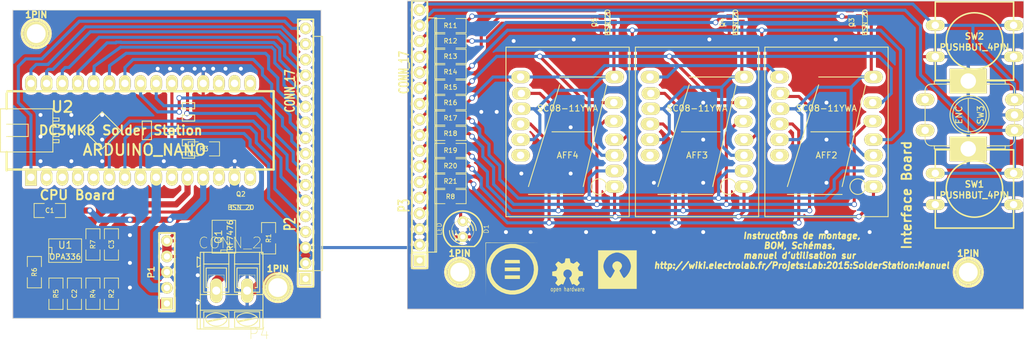
<source format=kicad_pcb>
(kicad_pcb (version 20221018) (generator pcbnew)
  (layers (0 "F.Cu" signal "Dessus.Cu") (31 "B.Cu" signal "Dessous.Cu") (34 "B.Paste" user "Dessous.Pate") (35 "F.Paste" user "Dessus.Pate") (36 "B.SilkS" user "Dessous.SilkS") (37 "F.SilkS" user "Dessus.SilkS") (38 "B.Mask" user "Dessous.Masque") (39 "F.Mask" user "Dessus.Masque") (44 "Edge.Cuts" user "Contours.Ci"))
  (net 0 "")
  (net 1 "+12V")
  (net 2 "/A")
  (net 3 "/B")
  (net 4 "/C")
  (net 5 "/D")
  (net 6 "/DP")
  (net 7 "/Dot")
  (net 8 "/E")
  (net 9 "/E1")
  (net 10 "/F")
  (net 11 "/G")
  (net 12 "/K1")
  (net 13 "/K2")
  (net 14 "/K3")
  (net 15 "/L")
  (net 16 "/LED")
  (net 17 "GND")
  (net 18 "N-000001")
  (net 19 "N-0000011")
  (net 20 "N-0000012")
  (net 21 "N-0000013")
  (net 22 "N-0000014")
  (net 23 "N-0000016")
  (net 24 "N-0000017")
  (net 25 "N-0000018")
  (net 26 "N-0000019")
  (net 27 "N-000002")
  (net 28 "N-0000020")
  (net 29 "N-0000025")
  (net 30 "N-0000026")
  (net 31 "N-0000027")
  (net 32 "N-0000028")
  (net 33 "N-0000029")
  (net 34 "N-0000030")
  (net 35 "N-0000031")
  (net 36 "N-0000032")
  (net 37 "N-0000033")
  (net 38 "N-0000034")
  (net 39 "N-0000035")
  (net 40 "N-0000036")
  (net 41 "N-0000037")
  (net 42 "N-0000038")
  (net 43 "N-000004")
  (net 44 "N-0000041")
  (net 45 "N-0000043")
  (net 46 "N-0000044")
  (net 47 "N-000005")
  (net 48 "N-000006")
  (net 49 "N-0000062")
  (net 50 "N-0000063")
  (net 51 "N-0000065")
  (net 52 "N-0000069")
  (net 53 "N-000007")
  (net 54 "N-0000070")
  (net 55 "N-000008")
  (net 56 "N-000009")
  (footprint "SOT23GDS" (layer "F.Cu") (at 248.25 92 90)
    (fp_text reference "Q3")
    (fp_text value "BSN 20")
  )
  (footprint "SOT23GDS" (layer "F.Cu") (at 227.25 92 90)
    (fp_text reference "Q4")
    (fp_text value "BSN 20")
  )
  (footprint "SOT23GDS" (layer "F.Cu") (at 147 122)
    (fp_text reference "Q2")
    (fp_text value "BSN 20")
  )
  (footprint "SO8E" (layer "F.Cu") (at 118.5 129)
    (fp_text reference "U1")
    (fp_text value "OPA336")
  )
  (footprint "SO8E" (layer "F.Cu") (at 144.25 126.75 90)
    (fp_text reference "Q1")
    (fp_text value "IRF7476")
  )
  (footprint "SM1206" (layer "F.Cu") (at 151.5 127 -90)
    (fp_text reference "R1")
    (fp_text value "10k" hide)
  )
  (footprint "SM1206" (layer "F.Cu") (at 141 112.5 180)
    (fp_text reference "R3")
    (fp_text value "1k" hide)
  )
  (footprint "SM1206" (layer "F.Cu") (at 181 112.75)
    (fp_text reference "R19")
    (fp_text value "220" hide)
  )
  (footprint "SM1206" (layer "F.Cu") (at 181 105)
    (fp_text reference "R16")
    (fp_text value "220" hide)
  )
  (footprint "SM1206" (layer "F.Cu") (at 181 92.5)
    (fp_text reference "R11")
    (fp_text value "1k" hide)
  )
  (footprint "SM1206" (layer "F.Cu") (at 181 95)
    (fp_text reference "R12")
    (fp_text value "1k" hide)
  )
  (footprint "SM1206" (layer "F.Cu") (at 181 97.5)
    (fp_text reference "R13")
    (fp_text value "1k" hide)
  )
  (footprint "SM1206" (layer "F.Cu") (at 181 110)
    (fp_text reference "R18")
    (fp_text value "220" hide)
  )
  (footprint "SM1206" (layer "F.Cu") (at 181 115.25)
    (fp_text reference "R20")
    (fp_text value "220" hide)
  )
  (footprint "SM1206" (layer "F.Cu") (at 181 117.75)
    (fp_text reference "R21")
    (fp_text value "220" hide)
  )
  (footprint "SM1206" (layer "F.Cu") (at 181 107.5)
    (fp_text reference "R17")
    (fp_text value "220" hide)
  )
  (footprint "SM1206" (layer "F.Cu") (at 126 136 90)
    (fp_text reference "R2")
    (fp_text value "5k6" hide)
  )
  (footprint "SM1206" (layer "F.Cu") (at 123 136 -90)
    (fp_text reference "R4")
    (fp_text value "100k" hide)
  )
  (footprint "SM1206" (layer "F.Cu") (at 120 136 -90)
    (fp_text reference "C2")
    (fp_text value "10n" hide)
  )
  (footprint "SM1206" (layer "F.Cu") (at 117 136 -90)
    (fp_text reference "R5")
    (fp_text value "100" hide)
  )
  (footprint "SM1206" (layer "F.Cu") (at 113.5 132.5 90)
    (fp_text reference "R6")
    (fp_text value "68" hide)
  )
  (footprint "SM1206" (layer "F.Cu") (at 123 128 90)
    (fp_text reference "R7")
    (fp_text value "5k6" hide)
  )
  (footprint "SM1206" (layer "F.Cu") (at 126 128 -90)
    (fp_text reference "C3")
    (fp_text value "10n" hide)
  )
  (footprint "SM1206" (layer "F.Cu") (at 181 120.25)
    (fp_text reference "R8")
    (fp_text value "220" hide)
  )
  (footprint "SM1206" (layer "F.Cu") (at 116 122.5 180)
    (fp_text reference "C1")
    (fp_text value "100n" hide)
  )
  (footprint "SM1206" (layer "F.Cu") (at 181 100)
    (fp_text reference "R14")
    (fp_text value "220" hide)
  )
  (footprint "SM1206" (layer "F.Cu") (at 181 102.5)
    (fp_text reference "R15")
    (fp_text value "220" hide)
  )
  (footprint "Rotary_Encoder" (layer "F.Cu") (at 265 107 90)
    (fp_text reference "SW3")
    (fp_text value "ENC")
  )
  (footprint "PIN_ARRAY_5x1" (layer "F.Cu") (at 135 132.5 90)
    (fp_text reference "P1")
    (fp_text value "DIN_5" hide)
  )
  (footprint "LED-5MM" (layer "F.Cu") (at 183 125.5 -90)
    (fp_text reference "D1")
    (fp_text value "LED")
  )
  (footprint "Arduino_Nano" (layer "F.Cu") (at 132 109.5)
    (fp_text reference "U2")
    (fp_text value "ARDUINO_NANO")
  )
  (footprint "7_Seg_20mm" (layer "F.Cu") (at 200 111)
    (fp_text reference "AFF4")
    (fp_text value "SC08-11YWA")
  )
  (footprint "7_Seg_20mm" (layer "F.Cu") (at 221 111)
    (fp_text reference "AFF3")
    (fp_text value "SC08-11YWA")
  )
  (footprint "7_Seg_20mm" (layer "F.Cu") (at 242 111)
    (fp_text reference "AFF2")
    (fp_text value "SC08-11YWA")
  )
  (footprint "SIL-17" (layer "F.Cu") (at 176 109 90)
    (fp_text reference "P3")
    (fp_text value "CONN_17")
  )
  (footprint "SIL-17" (layer "F.Cu") (at 157.5 112 90)
    (fp_text reference "P2")
    (fp_text value "CONN_17")
  )
  (footprint "AK300-2" (layer "F.Cu") (at 145.5 135.5 180)
    (fp_text reference "P4")
    (fp_text value "CONN_2")
  )
  (footprint "SOT23GDS" (layer "F.Cu") (at 206.5 92 90)
    (fp_text reference "Q5")
    (fp_text value "BSN 20")
  )
  (footprint "SW_PUSH-12mm" (layer "F.Cu") (at 266 95)
    (fp_text reference "SW2")
    (fp_text value "PUSHBUT_4PIN")
  )
  (footprint "SW_PUSH-12mm" (layer "F.Cu") (at 266 119)
    (fp_text reference "SW1")
    (fp_text value "PUSHBUT_4PIN")
  )
  (footprint "1pin" (layer "F.Cu") (at 153 135)
    (fp_text reference "1PIN")
    (fp_text value "P***" hide)
  )
  (footprint "1pin" (layer "F.Cu") (at 113.8 93.8)
    (fp_text reference "1PIN")
    (fp_text value "P***" hide)
  )
  (footprint "1pin" (layer "F.Cu") (at 182.5 132.5)
    (fp_text reference "1PIN")
    (fp_text value "P***" hide)
  )
  (footprint "1pin" (layer "F.Cu") (at 265 132.5)
    (fp_text reference "1PIN")
    (fp_text value "P***" hide)
  )
  (footprint "LOGO_ElecLab" (layer "F.Cu") (at 191 132)
    (fp_text reference "" hide)
    (fp_text value "" hide)
  )
  (footprint "LOGO_ossw" (layer "F.Cu") (at 208 132)
    (fp_text reference "" hide)
    (fp_text value "" hide)
  )
  (footprint "Logo_silk_OSHW_6x6mm" (layer "F.Cu") (at 200 132.5)
    (fp_text reference "G***" hide)
    (fp_text value "LOGO" hide)
  )
  (gr_line (start 110 140) (end 110 90) (stroke (width 0.1)) (layer "Edge.Cuts"))
  (gr_line (start 110 90) (end 160 90) (stroke (width 0.1)) (layer "Edge.Cuts"))
  (gr_line (start 160 90) (end 160 140) (stroke (width 0.1)) (layer "Edge.Cuts"))
  (gr_line (start 274 138.5) (end 174 138.5) (stroke (width 0.1)) (layer "Edge.Cuts"))
  (gr_line (start 174 138.5) (end 174 88.5) (stroke (width 0.1)) (layer "Edge.Cuts"))
  (gr_line (start 160 140) (end 110 140) (stroke (width 0.1)) (layer "Edge.Cuts"))
  (gr_line (start 274 88.5) (end 274 138.5) (stroke (width 0.1)) (layer "Edge.Cuts"))
  (gr_line (start 174 88.5) (end 274 88.5) (stroke (width 0.1)) (layer "Edge.Cuts"))
  (gr_text "Interface Board\n" (at 255 120 90) (layer "F.SilkS") (effects (font (size 1.5 1.5) (thickness 0.3))))
  (gr_text "Instructions de montage,\nBOM, Schémas, \nmanuel d'utilisation sur \nhttp://wiki.electrolab.fr/Projets:Lab:2015:SolderStation:Manuel\n" (at 238 129) (layer "F.SilkS") (effects (font (size 1 1) (thickness 0.25) italic)))
  (gr_text "DC3MKB Solder Station" (at 127.5 109.5) (layer "F.SilkS") (effects (font (size 1.5 1.5) (thickness 0.3))))
  (gr_text "CPU Board" (at 120.5 120) (layer "F.SilkS") (effects (font (size 1.5 1.5) (thickness 0.3))))
  (segment (start 151.496 128.655) (end 151.5 128.651) (width 0.5) (layer "F.Cu") (net 1))
  (segment (start 150.234 127.385) (end 151.5 128.651) (width 0.5) (layer "F.Cu") (net 1))
  (segment (start 148.964 126.115) (end 150.234 127.385) (width 0.5) (layer "F.Cu") (net 1))
  (segment (start 150.234 127.385) (end 150.115 127.385) (width 0.5) (layer "F.Cu") (net 1))
  (segment (start 150.115 127.385) (end 150 127.5) (width 0.5) (layer "F.Cu") (net 1))
  (segment (start 150 127.5) (end 150 127.385) (width 0.5) (layer "F.Cu") (net 1))
  (segment (start 150 127.385) (end 150.234 127.385) (width 0.5) (layer "F.Cu") (net 1))
  (segment (start 143.0108 133.9892) (end 145.5 131.5) (width 1.5) (layer "F.Cu") (net 1))
  (segment (start 145.5 131.5) (end 150 131.5) (width 1.5) (layer "F.Cu") (net 1))
  (segment (start 150 131.5) (end 151.5 130) (width 1.5) (layer "F.Cu") (net 1))
  (segment (start 151.5 130) (end 151.5 128.651) (width 1.5) (layer "F.Cu") (net 1))
  (segment (start 143.0108 135.5) (end 143.0108 133.9892) (width 1.5) (layer "F.Cu") (net 1))
  (segment (start 146.917 128.655) (end 151.496 128.655) (width 0.5) (layer "F.Cu") (net 1))
  (segment (start 146.917 126.115) (end 148.964 126.115) (width 0.5) (layer "F.Cu") (net 1))
  (segment (start 146.917 127.385) (end 150 127.385) (width 0.5) (layer "F.Cu") (net 1))
  (segment (start 184.5 104.25) (end 183.75 105) (width 0.5) (layer "F.Cu") (net 2))
  (segment (start 183.75 105) (end 182.651 105) (width 0.5) (layer "F.Cu") (net 2))
  (via (at 184.5 104.25) (size 0.889) (drill 0.635) (layers "F.Cu" "B.Cu") (net 2))
  (segment (start 204.16 100.84) (end 206 99) (width 0.5) (layer "B.Cu") (net 2))
  (segment (start 206 99) (end 217.5 99) (width 0.5) (layer "B.Cu") (net 2))
  (segment (start 232.54 99) (end 234.38 100.84) (width 0.5) (layer "B.Cu") (net 2))
  (segment (start 216.16 100.84) (end 218 99) (width 0.5) (layer "B.Cu") (net 2))
  (segment (start 218 99) (end 217.5 99) (width 0.5) (layer "B.Cu") (net 2))
  (segment (start 217.5 99) (end 232.54 99) (width 0.5) (layer "B.Cu") (net 2))
  (segment (start 187.91 100.84) (end 184.5 104.25) (width 0.5) (layer "B.Cu") (net 2))
  (segment (start 192.38 100.84) (end 187.91 100.84) (width 0.5) (layer "B.Cu") (net 2))
  (segment (start 192.38 100.84) (end 204.16 100.84) (width 0.5) (layer "B.Cu") (net 2))
  (segment (start 213.38 100.84) (end 216.16 100.84) (width 0.5) (layer "B.Cu") (net 2))
  (segment (start 184.5 101.5) (end 183.5 102.5) (width 0.5) (layer "F.Cu") (net 3))
  (segment (start 183.5 102.5) (end 182.651 102.5) (width 0.5) (layer "F.Cu") (net 3))
  (segment (start 224 105) (end 216.5 97.5) (width 0.5) (layer "F.Cu") (net 3))
  (segment (start 203 105) (end 195.5 97.5) (width 0.5) (layer "F.Cu") (net 3))
  (segment (start 228.5 105) (end 224 105) (width 0.5) (layer "F.Cu") (net 3))
  (segment (start 207.5 105) (end 203 105) (width 0.5) (layer "F.Cu") (net 3))
  (via (at 184.5 101.5) (size 0.889) (drill 0.635) (layers "F.Cu" "B.Cu") (net 3))
  (via (at 216.5 97.5) (size 0.889) (drill 0.635) (layers "F.Cu" "B.Cu") (net 3))
  (via (at 195.5 97.5) (size 0.889) (drill 0.635) (layers "F.Cu" "B.Cu") (net 3))
  (segment (start 188.5 97.5) (end 184.5 101.5) (width 0.5) (layer "B.Cu") (net 3))
  (segment (start 216.5 97.5) (end 195.5 97.5) (width 0.5) (layer "B.Cu") (net 3))
  (segment (start 195.5 97.5) (end 188.5 97.5) (width 0.5) (layer "B.Cu") (net 3))
  (segment (start 250.5 97.5) (end 252.5 99.5) (width 0.5) (layer "B.Cu") (net 3))
  (segment (start 252.5 99.5) (end 252.5 103.5) (width 0.5) (layer "B.Cu") (net 3))
  (segment (start 252.5 103.5) (end 251 105) (width 0.5) (layer "B.Cu") (net 3))
  (segment (start 251 105) (end 249.5 105) (width 0.5) (layer "B.Cu") (net 3))
  (segment (start 216.5 97.5) (end 250.5 97.5) (width 0.5) (layer "B.Cu") (net 3))
  (segment (start 184.5 99) (end 183.5 100) (width 0.5) (layer "F.Cu") (net 4))
  (segment (start 183.5 100) (end 182.651 100) (width 0.5) (layer "F.Cu") (net 4))
  (segment (start 209 111) (end 210.5 109.5) (width 0.5) (layer "F.Cu") (net 4))
  (segment (start 210.5 109.5) (end 210.5 93.25) (width 0.5) (layer "F.Cu") (net 4))
  (segment (start 229.75 111) (end 231.5 109.25) (width 0.5) (layer "F.Cu") (net 4))
  (segment (start 231.5 109.25) (end 231.5 93.25) (width 0.5) (layer "F.Cu") (net 4))
  (segment (start 207.62 111) (end 209 111) (width 0.5) (layer "F.Cu") (net 4))
  (segment (start 228.62 111) (end 229.75 111) (width 0.5) (layer "F.Cu") (net 4))
  (via (at 231.5 93.25) (size 0.889) (drill 0.635) (layers "F.Cu" "B.Cu") (net 4))
  (via (at 184.5 99) (size 0.889) (drill 0.635) (layers "F.Cu" "B.Cu") (net 4))
  (via (at 210.5 93.25) (size 0.889) (drill 0.635) (layers "F.Cu" "B.Cu") (net 4))
  (segment (start 190.25 93.25) (end 184.5 99) (width 0.5) (layer "B.Cu") (net 4))
  (segment (start 210.5 93.25) (end 190.25 93.25) (width 0.5) (layer "B.Cu") (net 4))
  (segment (start 231.5 93.25) (end 231.5 93.5) (width 0.5) (layer "B.Cu") (net 4))
  (segment (start 231.5 93.5) (end 231.5 93.25) (width 0.5) (layer "B.Cu") (net 4))
  (segment (start 231.5 93.25) (end 210.5 93.25) (width 0.5) (layer "B.Cu") (net 4))
  (segment (start 250.75 93.25) (end 254 96.5) (width 0.5) (layer "B.Cu") (net 4))
  (segment (start 254 96.5) (end 254 109.5) (width 0.5) (layer "B.Cu") (net 4))
  (segment (start 254 109.5) (end 252.5 111) (width 0.5) (layer "B.Cu") (net 4))
  (segment (start 252.5 111) (end 249.62 111) (width 0.5) (layer "B.Cu") (net 4))
  (segment (start 231.5 93.25) (end 250.75 93.25) (width 0.5) (layer "B.Cu") (net 4))
  (segment (start 184 107.5) (end 184.5 108) (width 0.5) (layer "F.Cu") (net 5))
  (segment (start 182.651 107.5) (end 184 107.5) (width 0.5) (layer "F.Cu") (net 5))
  (via (at 224.5 120.5) (size 0.889) (drill 0.635) (layers "F.Cu" "B.Cu") (net 5))
  (via (at 203.5 120.5) (size 0.889) (drill 0.635) (layers "F.Cu" "B.Cu") (net 5))
  (via (at 207.62 116.08) (size 0.889) (drill 0.635) (layers "F.Cu" "B.Cu") (net 5))
  (via (at 184.5 108) (size 0.889) (drill 0.635) (layers "F.Cu" "B.Cu") (net 5))
  (segment (start 184.5 108) (end 185.75 109.25) (width 0.5) (layer "B.Cu") (net 5))
  (segment (start 185.75 109.25) (end 185.75 110.25) (width 0.5) (layer "B.Cu") (net 5))
  (segment (start 185.75 110.25) (end 187.25 111.75) (width 0.5) (layer "B.Cu") (net 5))
  (segment (start 187.25 111.75) (end 187.25 113.5) (width 0.5) (layer "B.Cu") (net 5))
  (segment (start 187.25 113.5) (end 189 115.25) (width 0.5) (layer "B.Cu") (net 5))
  (segment (start 189 115.25) (end 189 117.5) (width 0.5) (layer "B.Cu") (net 5))
  (segment (start 189 117.5) (end 192 120.5) (width 0.5) (layer "B.Cu") (net 5))
  (segment (start 192 120.5) (end 240.25 120.5) (width 0.5) (layer "B.Cu") (net 5))
  (segment (start 225.92 116.08) (end 224.5 117.5) (width 0.5) (layer "B.Cu") (net 5))
  (segment (start 224.5 117.5) (end 224.5 120.5) (width 0.5) (layer "B.Cu") (net 5))
  (segment (start 204.67 116.08) (end 203.5 117.25) (width 0.5) (layer "B.Cu") (net 5))
  (segment (start 203.5 117.25) (end 203.5 120.5) (width 0.5) (layer "B.Cu") (net 5))
  (segment (start 241.75 120.5) (end 243.25 119) (width 0.5) (layer "B.Cu") (net 5))
  (segment (start 243.25 119) (end 243.25 117.5) (width 0.5) (layer "B.Cu") (net 5))
  (segment (start 243.25 117.5) (end 244.67 116.08) (width 0.5) (layer "B.Cu") (net 5))
  (segment (start 244.67 116.08) (end 249.62 116.08) (width 0.5) (layer "B.Cu") (net 5))
  (segment (start 240.25 120.5) (end 241.75 120.5) (width 0.5) (layer "B.Cu") (net 5))
  (segment (start 228.62 116.08) (end 225.92 116.08) (width 0.5) (layer "B.Cu") (net 5))
  (segment (start 207.62 116.08) (end 204.67 116.08) (width 0.5) (layer "B.Cu") (net 5))
  (segment (start 184 115.25) (end 184.5 115.75) (width 0.5) (layer "F.Cu") (net 6))
  (segment (start 207.62 123.37) (end 207.75 123.5) (width 0.5) (layer "F.Cu") (net 6))
  (segment (start 228.62 122.63) (end 227.75 123.5) (width 0.5) (layer "F.Cu") (net 6))
  (segment (start 249.62 121.13) (end 247.25 123.5) (width 0.5) (layer "F.Cu") (net 6))
  (segment (start 249.62 118.62) (end 249.62 121.13) (width 0.5) (layer "F.Cu") (net 6))
  (segment (start 207.62 118.62) (end 207.62 123.37) (width 0.5) (layer "F.Cu") (net 6))
  (segment (start 182.651 115.25) (end 184 115.25) (width 0.5) (layer "F.Cu") (net 6))
  (segment (start 228.62 118.62) (end 228.62 122.63) (width 0.5) (layer "F.Cu") (net 6))
  (via (at 227.75 123.5) (size 0.889) (drill 0.635) (layers "F.Cu" "B.Cu") (net 6))
  (via (at 247.25 123.5) (size 0.889) (drill 0.635) (layers "F.Cu" "B.Cu") (net 6))
  (via (at 184.5 115.75) (size 0.889) (drill 0.635) (layers "F.Cu" "B.Cu") (net 6))
  (via (at 207.75 123.5) (size 0.889) (drill 0.635) (layers "F.Cu" "B.Cu") (net 6))
  (segment (start 184.5 115.75) (end 186 117.25) (width 0.5) (layer "B.Cu") (net 6))
  (segment (start 186 117.25) (end 186 118.75) (width 0.5) (layer "B.Cu") (net 6))
  (segment (start 186 118.75) (end 190.75 123.5) (width 0.5) (layer "B.Cu") (net 6))
  (segment (start 190.75 123.5) (end 204.75 123.5) (width 0.5) (layer "B.Cu") (net 6))
  (segment (start 207.75 123.5) (end 227.25 123.5) (width 0.5) (layer "B.Cu") (net 6))
  (segment (start 227.75 123.5) (end 247.25 123.5) (width 0.5) (layer "B.Cu") (net 6))
  (segment (start 204.75 123.5) (end 207.75 123.5) (width 0.5) (layer "B.Cu") (net 6))
  (segment (start 227.25 123.5) (end 227.75 123.5) (width 0.5) (layer "B.Cu") (net 6))
  (segment (start 157.39 120.89) (end 153.5 117) (width 0.5) (layer "B.Cu") (net 7))
  (segment (start 153.5 117) (end 153.5 114) (width 0.5) (layer "B.Cu") (net 7))
  (segment (start 153.5 114) (end 150.5 111) (width 0.5) (layer "B.Cu") (net 7))
  (segment (start 150.5 111) (end 150.5 109.5) (width 0.5) (layer "B.Cu") (net 7))
  (segment (start 150.5 109.5) (end 149 108) (width 0.5) (layer "B.Cu") (net 7))
  (segment (start 149 108) (end 129 108) (width 0.5) (layer "B.Cu") (net 7))
  (segment (start 129 108) (end 125.65 111.35) (width 0.5) (layer "B.Cu") (net 7))
  (segment (start 125.65 111.35) (end 125.65 117.12) (width 0.5) (layer "B.Cu") (net 7))
  (segment (start 157.5 120.89) (end 157.39 120.89) (width 0.5) (layer "B.Cu") (net 7))
  (segment (start 237.5 124.5) (end 237.5 109.5) (width 0.5) (layer "F.Cu") (net 8))
  (segment (start 237.5 109.5) (end 236.46 108.46) (width 0.5) (layer "F.Cu") (net 8))
  (segment (start 236.46 108.46) (end 234.38 108.46) (width 0.5) (layer "F.Cu") (net 8))
  (segment (start 193.96 108.46) (end 197 111.5) (width 0.5) (layer "F.Cu") (net 8))
  (segment (start 197 111.5) (end 197 124.5) (width 0.5) (layer "F.Cu") (net 8))
  (segment (start 215.46 108.46) (end 217.5 110.5) (width 0.5) (layer "F.Cu") (net 8))
  (segment (start 217.5 110.5) (end 217.5 124.5) (width 0.5) (layer "F.Cu") (net 8))
  (segment (start 184.75 118.25) (end 184.25 117.75) (width 0.5) (layer "F.Cu") (net 8))
  (segment (start 184.25 117.75) (end 182.651 117.75) (width 0.5) (layer "F.Cu") (net 8))
  (segment (start 192.38 108.46) (end 193.96 108.46) (width 0.5) (layer "F.Cu") (net 8))
  (segment (start 213.38 108.46) (end 215.46 108.46) (width 0.5) (layer "F.Cu") (net 8))
  (via (at 184.75 118.25) (size 0.889) (drill 0.635) (layers "F.Cu" "B.Cu") (net 8))
  (via (at 197 124.5) (size 0.889) (drill 0.635) (layers "F.Cu" "B.Cu") (net 8))
  (via (at 217.5 124.5) (size 0.889) (drill 0.635) (layers "F.Cu" "B.Cu") (net 8))
  (via (at 237.5 124.5) (size 0.889) (drill 0.635) (layers "F.Cu" "B.Cu") (net 8))
  (segment (start 197 124.5) (end 217.5 124.5) (width 0.5) (layer "B.Cu") (net 8))
  (segment (start 217.5 124.5) (end 237.5 124.5) (width 0.5) (layer "B.Cu") (net 8))
  (segment (start 190.25 124.5) (end 184.75 119) (width 0.5) (layer "B.Cu") (net 8))
  (segment (start 184.75 119) (end 184.75 118.25) (width 0.5) (layer "B.Cu") (net 8))
  (segment (start 197 124.5) (end 190.25 124.5) (width 0.5) (layer "B.Cu") (net 8))
  (segment (start 156.93 123.43) (end 152.5 119) (width 0.5) (layer "B.Cu") (net 9))
  (segment (start 152.5 119) (end 152.5 114.5) (width 0.5) (layer "B.Cu") (net 9))
  (segment (start 152.5 114.5) (end 149.5 111.5) (width 0.5) (layer "B.Cu") (net 9))
  (segment (start 149.5 111.5) (end 149.5 110) (width 0.5) (layer "B.Cu") (net 9))
  (segment (start 149.5 110) (end 148.5 109) (width 0.5) (layer "B.Cu") (net 9))
  (segment (start 148.5 109) (end 130 109) (width 0.5) (layer "B.Cu") (net 9))
  (segment (start 130 109) (end 128.19 110.81) (width 0.5) (layer "B.Cu") (net 9))
  (segment (start 128.19 110.81) (end 128.19 117.12) (width 0.5) (layer "B.Cu") (net 9))
  (segment (start 157.5 123.43) (end 156.93 123.43) (width 0.5) (layer "B.Cu") (net 9))
  (segment (start 183.5 112.75) (end 184.5 113.75) (width 0.5) (layer "F.Cu") (net 10))
  (segment (start 239.25 122.5) (end 239.25 105.75) (width 0.5) (layer "F.Cu") (net 10))
  (segment (start 239.25 105.75) (end 237.5 104) (width 0.5) (layer "F.Cu") (net 10))
  (segment (start 237.5 104) (end 235 104) (width 0.5) (layer "F.Cu") (net 10))
  (segment (start 235 104) (end 234.5 103.5) (width 0.5) (layer "F.Cu") (net 10))
  (segment (start 215.75 103.5) (end 218.75 106.5) (width 0.5) (layer "F.Cu") (net 10))
  (segment (start 218.75 106.5) (end 218.75 122.5) (width 0.5) (layer "F.Cu") (net 10))
  (segment (start 195.5 103.5) (end 198.5 106.5) (width 0.5) (layer "F.Cu") (net 10))
  (segment (start 198.5 106.5) (end 198.5 122.5) (width 0.5) (layer "F.Cu") (net 10))
  (segment (start 182.651 112.75) (end 183.5 112.75) (width 0.5) (layer "F.Cu") (net 10))
  (segment (start 192.5 103.5) (end 195.5 103.5) (width 0.5) (layer "F.Cu") (net 10))
  (segment (start 213.5 103.5) (end 215.75 103.5) (width 0.5) (layer "F.Cu") (net 10))
  (via (at 184.5 113.75) (size 0.889) (drill 0.635) (layers "F.Cu" "B.Cu") (net 10))
  (via (at 218.75 122.5) (size 0.889) (drill 0.635) (layers "F.Cu" "B.Cu") (net 10))
  (via (at 239.25 122.5) (size 0.889) (drill 0.635) (layers "F.Cu" "B.Cu") (net 10))
  (via (at 198.5 122.5) (size 0.889) (drill 0.635) (layers "F.Cu" "B.Cu") (net 10))
  (segment (start 184.5 113.75) (end 187 116.25) (width 0.5) (layer "B.Cu") (net 10))
  (segment (start 187 116.25) (end 187 118.5) (width 0.5) (layer "B.Cu") (net 10))
  (segment (start 187 118.5) (end 191 122.5) (width 0.5) (layer "B.Cu") (net 10))
  (segment (start 191 122.5) (end 198.5 122.5) (width 0.5) (layer "B.Cu") (net 10))
  (segment (start 218.75 122.5) (end 239.25 122.5) (width 0.5) (layer "B.Cu") (net 10))
  (segment (start 198.5 122.5) (end 218.75 122.5) (width 0.5) (layer "B.Cu") (net 10))
  (segment (start 184 110) (end 184.5 110.5) (width 0.5) (layer "F.Cu") (net 11))
  (segment (start 246.5 121.5) (end 246.5 110.5) (width 0.5) (layer "F.Cu") (net 11))
  (segment (start 246.5 110.5) (end 249 108) (width 0.5) (layer "F.Cu") (net 11))
  (segment (start 249 108) (end 249.5 108) (width 0.5) (layer "F.Cu") (net 11))
  (segment (start 225.75 110) (end 225.75 121.5) (width 0.5) (layer "F.Cu") (net 11))
  (segment (start 225.75 110) (end 227.75 108) (width 0.5) (layer "F.Cu") (net 11))
  (segment (start 228.5 108) (end 227.75 108) (width 0.5) (layer "F.Cu") (net 11))
  (segment (start 204.75 109.25) (end 204.75 121.5) (width 0.5) (layer "F.Cu") (net 11))
  (segment (start 204.75 109.25) (end 206 108) (width 0.5) (layer "F.Cu") (net 11))
  (segment (start 207.5 108) (end 206 108) (width 0.5) (layer "F.Cu") (net 11))
  (segment (start 182.651 110) (end 184 110) (width 0.5) (layer "F.Cu") (net 11))
  (via (at 225.75 121.5) (size 0.889) (drill 0.635) (layers "F.Cu" "B.Cu") (net 11))
  (via (at 246.5 121.5) (size 0.889) (drill 0.635) (layers "F.Cu" "B.Cu") (net 11))
  (via (at 184.5 110.5) (size 0.889) (drill 0.635) (layers "F.Cu" "B.Cu") (net 11))
  (via (at 204.75 121.5) (size 0.889) (drill 0.635) (layers "F.Cu" "B.Cu") (net 11))
  (segment (start 184.5 110.5) (end 186.25 112.25) (width 0.5) (layer "B.Cu") (net 11))
  (segment (start 186.25 112.25) (end 186.25 113.75) (width 0.5) (layer "B.Cu") (net 11))
  (segment (start 186.25 113.75) (end 188 115.5) (width 0.5) (layer "B.Cu") (net 11))
  (segment (start 188 115.5) (end 188 118.25) (width 0.5) (layer "B.Cu") (net 11))
  (segment (start 188 118.25) (end 191.25 121.5) (width 0.5) (layer "B.Cu") (net 11))
  (segment (start 191.25 121.5) (end 204.75 121.5) (width 0.5) (layer "B.Cu") (net 11))
  (segment (start 225.75 121.5) (end 246.5 121.5) (width 0.5) (layer "B.Cu") (net 11))
  (segment (start 204.75 121.5) (end 225.75 121.5) (width 0.5) (layer "B.Cu") (net 11))
  (segment (start 183 92.5) (end 184.5 91) (width 0.5) (layer "F.Cu") (net 12))
  (segment (start 244.5 91) (end 244.611 91.111) (width 0.5) (layer "F.Cu") (net 12))
  (segment (start 244.611 91.111) (end 247.234 91.111) (width 0.5) (layer "F.Cu") (net 12))
  (segment (start 182.651 92.5) (end 183 92.5) (width 0.5) (layer "F.Cu") (net 12))
  (via (at 244.5 91) (size 0.889) (drill 0.635) (layers "F.Cu" "B.Cu") (net 12))
  (via (at 184.5 91) (size 0.889) (drill 0.635) (layers "F.Cu" "B.Cu") (net 12))
  (segment (start 184.5 91) (end 244.5 91) (width 0.5) (layer "B.Cu") (net 12))
  (segment (start 224.889 91.111) (end 224 92) (width 0.5) (layer "F.Cu") (net 13))
  (segment (start 184.5 95) (end 182.651 95) (width 0.5) (layer "F.Cu") (net 13))
  (segment (start 226.234 91.111) (end 224.889 91.111) (width 0.5) (layer "F.Cu") (net 13))
  (via (at 224 92) (size 0.889) (drill 0.635) (layers "F.Cu" "B.Cu") (net 13))
  (via (at 184.5 95) (size 0.889) (drill 0.635) (layers "F.Cu" "B.Cu") (net 13))
  (segment (start 224 92) (end 190 92) (width 0.5) (layer "B.Cu") (net 13))
  (segment (start 190 92) (end 187 95) (width 0.5) (layer "B.Cu") (net 13))
  (segment (start 187 95) (end 184.5 95) (width 0.5) (layer "B.Cu") (net 13))
  (segment (start 188.889 91.111) (end 186 94) (width 0.5) (layer "F.Cu") (net 14))
  (segment (start 186 94) (end 186 96) (width 0.5) (layer "F.Cu") (net 14))
  (segment (start 186 96) (end 184.5 97.5) (width 0.5) (layer "F.Cu") (net 14))
  (segment (start 184.5 97.5) (end 182.651 97.5) (width 0.5) (layer "F.Cu") (net 14))
  (segment (start 205.484 91.111) (end 188.889 91.111) (width 0.5) (layer "F.Cu") (net 14))
  (segment (start 156.97 125.97) (end 151.5 120.5) (width 0.5) (layer "B.Cu") (net 15))
  (segment (start 151.5 120.5) (end 151.5 115) (width 0.5) (layer "B.Cu") (net 15))
  (segment (start 151.5 115) (end 148.5 112) (width 0.5) (layer "B.Cu") (net 15))
  (segment (start 148.5 112) (end 148.5 111) (width 0.5) (layer "B.Cu") (net 15))
  (segment (start 148.5 111) (end 147.5 110) (width 0.5) (layer "B.Cu") (net 15))
  (segment (start 147.5 110) (end 132.5 110) (width 0.5) (layer "B.Cu") (net 15))
  (segment (start 132.5 110) (end 130.73 111.77) (width 0.5) (layer "B.Cu") (net 15))
  (segment (start 130.73 111.77) (end 130.73 117.12) (width 0.5) (layer "B.Cu") (net 15))
  (segment (start 157.5 125.97) (end 156.97 125.97) (width 0.5) (layer "B.Cu") (net 15))
  (segment (start 182.651 123.881) (end 183 124.23) (width 0.5) (layer "F.Cu") (net 16))
  (segment (start 182.651 120.25) (end 182.651 123.881) (width 0.5) (layer "F.Cu") (net 16))
  (segment (start 140.89 99.61) (end 141 99.5) (width 0.5) (layer "F.Cu") (net 17))
  (segment (start 139.5 99.5) (end 137.5 99.5) (width 0.5) (layer "F.Cu") (net 17))
  (segment (start 135.5 99.5) (end 133.5 99.5) (width 0.5) (layer "F.Cu") (net 17))
  (segment (start 142.5 99.5) (end 144.5 99.5) (width 0.5) (layer "F.Cu") (net 17))
  (segment (start 146 114.5) (end 134.5 114.5) (width 0.5) (layer "F.Cu") (net 17))
  (segment (start 119.5 114.5) (end 114.5 114.5) (width 0.5) (layer "F.Cu") (net 17))
  (segment (start 114.5 110.5) (end 119.5 110.5) (width 0.5) (layer "F.Cu") (net 17))
  (segment (start 124.5 111) (end 124.5 107) (width 0.5) (layer "F.Cu") (net 17))
  (segment (start 119.5 107) (end 114.5 107) (width 0.5) (layer "F.Cu") (net 17))
  (segment (start 177.28 126.77) (end 176 128.05) (width 0.5) (layer "F.Cu") (net 17))
  (segment (start 177.26 126.77) (end 176 125.51) (width 0.5) (layer "F.Cu") (net 17))
  (segment (start 185.48 126.77) (end 188.5 123.75) (width 0.5) (layer "F.Cu") (net 17))
  (segment (start 188.5 123.75) (end 188.5 116.5) (width 0.5) (layer "F.Cu") (net 17))
  (segment (start 188.5 97.75) (end 191.25 95) (width 0.5) (layer "F.Cu") (net 17))
  (segment (start 243.5 94.75) (end 245.361 92.889) (width 0.5) (layer "F.Cu") (net 17))
  (segment (start 245.361 92.889) (end 247.234 92.889) (width 0.5) (layer "F.Cu") (net 17))
  (segment (start 224.861 92.889) (end 223 94.75) (width 0.5) (layer "F.Cu") (net 17))
  (segment (start 202.861 92.889) (end 201 94.75) (width 0.5) (layer "F.Cu") (net 17))
  (segment (start 188.5 106.5) (end 188.5 97.75) (width 0.5) (layer "F.Cu") (net 17))
  (segment (start 188.5 116.5) (end 188.5 106.5) (width 0.5) (layer "F.Cu") (net 17))
  (segment (start 200.5 116.5) (end 200.5 109) (width 0.5) (layer "F.Cu") (net 17))
  (segment (start 140 133) (end 140 137.5) (width 1.5) (layer "F.Cu") (net 17))
  (segment (start 131.5 132.5) (end 129 135) (width 1.5) (layer "F.Cu") (net 17))
  (segment (start 129 131) (end 129 126.5) (width 1.5) (layer "F.Cu") (net 17))
  (segment (start 155.49 128.51) (end 153.5 130.5) (width 1.5) (layer "F.Cu") (net 17))
  (segment (start 153.5 130.5) (end 153.5 131) (width 1.5) (layer "F.Cu") (net 17))
  (segment (start 153.5 131) (end 149 135.5) (width 1.5) (layer "F.Cu") (net 17))
  (segment (start 149 135.5) (end 148.0146 135.5) (width 1.5) (layer "F.Cu") (net 17))
  (segment (start 185 126.77) (end 185.48 126.77) (width 0.5) (layer "F.Cu") (net 17))
  (segment (start 189.23 126.77) (end 190 126) (width 0.5) (layer "F.Cu") (net 17))
  (segment (start 194 126) (end 203 126) (width 0.5) (layer "F.Cu") (net 17))
  (segment (start 214 126) (end 222 126) (width 0.5) (layer "F.Cu") (net 17))
  (segment (start 235 126) (end 242 126) (width 0.5) (layer "F.Cu") (net 17))
  (segment (start 242 111) (end 242 105) (width 0.5) (layer "F.Cu") (net 17))
  (segment (start 222 111) (end 222 105) (width 0.5) (layer "F.Cu") (net 17))
  (segment (start 157.5 128.51) (end 157.5 131.05) (width 1.5) (layer "F.Cu") (net 17))
  (segment (start 242 126) (end 242 118) (width 0.5) (layer "F.Cu") (net 17))
  (segment (start 205.484 92.889) (end 202.861 92.889) (width 0.5) (layer "F.Cu") (net 17))
  (segment (start 222 126) (end 222 118) (width 0.5) (layer "F.Cu") (net 17))
  (segment (start 188.5 116.5) (end 192.5 116.5) (width 0.5) (layer "F.Cu") (net 17))
  (segment (start 183 126.77) (end 177.28 126.77) (width 0.5) (layer "F.Cu") (net 17))
  (segment (start 134.5 114.5) (end 124.5 114.5) (width 0.5) (layer "F.Cu") (net 17))
  (segment (start 185 126.77) (end 189.23 126.77) (width 0.5) (layer "F.Cu") (net 17))
  (segment (start 177.28 126.77) (end 177.26 126.77) (width 0.5) (layer "F.Cu") (net 17))
  (segment (start 157.5 128.51) (end 155.49 128.51) (width 1.5) (layer "F.Cu") (net 17))
  (segment (start 183 126.77) (end 185 126.77) (width 0.5) (layer "F.Cu") (net 17))
  (segment (start 140.89 101.88) (end 140.89 99.61) (width 0.5) (layer "F.Cu") (net 17))
  (segment (start 214 126) (end 214 118) (width 0.5) (layer "F.Cu") (net 17))
  (segment (start 135 132.5) (end 131.5 132.5) (width 1.5) (layer "F.Cu") (net 17))
  (segment (start 226.234 92.889) (end 224.861 92.889) (width 0.5) (layer "F.Cu") (net 17))
  (via (at 203 126) (size 0.889) (drill 0.635) (layers "F.Cu" "B.Cu") (net 17))
  (via (at 140 137.5) (size 0.889) (drill 0.635) (layers "F.Cu" "B.Cu") (net 17))
  (via (at 119.5 107) (size 0.889) (drill 0.635) (layers "F.Cu" "B.Cu") (net 17))
  (via (at 242 126) (size 0.889) (drill 0.635) (layers "F.Cu" "B.Cu") (net 17))
  (via (at 129 131) (size 0.889) (drill 0.635) (layers "F.Cu" "B.Cu") (net 17))
  (via (at 249 126) (size 0.889) (drill 0.635) (layers "F.Cu" "B.Cu") (net 17))
  (via (at 243.5 94.75) (size 0.889) (drill 0.635) (layers "F.Cu" "B.Cu") (net 17))
  (via (at 141 99.5) (size 0.889) (drill 0.635) (layers "F.Cu" "B.Cu") (net 17))
  (via (at 192.5 116.5) (size 0.889) (drill 0.635) (layers "F.Cu" "B.Cu") (net 17))
  (via (at 129 135) (size 0.889) (drill 0.635) (layers "F.Cu" "B.Cu") (net 17))
  (via (at 144.5 99.5) (size 0.889) (drill 0.635) (layers "F.Cu" "B.Cu") (net 17))
  (via (at 222 111) (size 0.889) (drill 0.635) (layers "F.Cu" "B.Cu") (net 17))
  (via (at 200.5 116.5) (size 0.889) (drill 0.635) (layers "F.Cu" "B.Cu") (net 17))
  (via (at 114.5 110.5) (size 0.889) (drill 0.635) (layers "F.Cu" "B.Cu") (net 17))
  (via (at 222 105) (size 0.889) (drill 0.635) (layers "F.Cu" "B.Cu") (net 17))
  (via (at 186 106.5) (size 0.889) (drill 0.635) (layers "F.Cu" "B.Cu") (net 17))
  (via (at 235 126) (size 0.889) (drill 0.635) (layers "F.Cu" "B.Cu") (net 17))
  (via (at 124.5 114.5) (size 0.889) (drill 0.635) (layers "F.Cu" "B.Cu") (net 17))
  (via (at 194 126) (size 0.889) (drill 0.635) (layers "F.Cu" "B.Cu") (net 17))
  (via (at 114.5 114.5) (size 0.889) (drill 0.635) (layers "F.Cu" "B.Cu") (net 17))
  (via (at 146 114.5) (size 0.889) (drill 0.635) (layers "F.Cu" "B.Cu") (net 17))
  (via (at 119.5 114.5) (size 0.889) (drill 0.635) (layers "F.Cu" "B.Cu") (net 17))
  (via (at 222 118) (size 0.889) (drill 0.635) (layers "F.Cu" "B.Cu") (net 17))
  (via (at 133.5 99.5) (size 0.889) (drill 0.635) (layers "F.Cu" "B.Cu") (net 17))
  (via (at 124.5 111) (size 0.889) (drill 0.635) (layers "F.Cu" "B.Cu") (net 17))
  (via (at 242 105) (size 0.889) (drill 0.635) (layers "F.Cu" "B.Cu") (net 17))
  (via (at 142.5 99.5) (size 0.889) (drill 0.635) (layers "F.Cu" "B.Cu") (net 17))
  (via (at 214 126) (size 0.889) (drill 0.635) (layers "F.Cu" "B.Cu") (net 17))
  (via (at 191.25 95) (size 0.889) (drill 0.635) (layers "F.Cu" "B.Cu") (net 17))
  (via (at 190 126) (size 0.889) (drill 0.635) (layers "F.Cu" "B.Cu") (net 17))
  (via (at 200.5 109) (size 0.889) (drill 0.635) (layers "F.Cu" "B.Cu") (net 17))
  (via (at 242 111) (size 0.889) (drill 0.635) (layers "F.Cu" "B.Cu") (net 17))
  (via (at 129 126.5) (size 0.889) (drill 0.635) (layers "F.Cu" "B.Cu") (net 17))
  (via (at 188.5 106.5) (size 0.889) (drill 0.635) (layers "F.Cu" "B.Cu") (net 17))
  (via (at 139.5 99.5) (size 0.889) (drill 0.635) (layers "F.Cu" "B.Cu") (net 17))
  (via (at 124.5 107) (size 0.889) (drill 0.635) (layers "F.Cu" "B.Cu") (net 17))
  (via (at 214 118) (size 0.889) (drill 0.635) (layers "F.Cu" "B.Cu") (net 17))
  (via (at 147 99.5) (size 0.889) (drill 0.635) (layers "F.Cu" "B.Cu") (net 17))
  (via (at 137.5 99.5) (size 0.889) (drill 0.635) (layers "F.Cu" "B.Cu") (net 17))
  (via (at 222 126) (size 0.889) (drill 0.635) (layers "F.Cu" "B.Cu") (net 17))
  (via (at 242 118) (size 0.889) (drill 0.635) (layers "F.Cu" "B.Cu") (net 17))
  (via (at 201 94.75) (size 0.889) (drill 0.635) (layers "F.Cu" "B.Cu") (net 17))
  (via (at 134.5 114.5) (size 0.889) (drill 0.635) (layers "F.Cu" "B.Cu") (net 17))
  (via (at 223 94.75) (size 0.889) (drill 0.635) (layers "F.Cu" "B.Cu") (net 17))
  (via (at 135.5 99.5) (size 0.889) (drill 0.635) (layers "F.Cu" "B.Cu") (net 17))
  (via (at 140 133) (size 0.889) (drill 0.635) (layers "F.Cu" "B.Cu") (net 17))
  (via (at 119.5 110.5) (size 0.889) (drill 0.635) (layers "F.Cu" "B.Cu") (net 17))
  (via (at 114.5 107) (size 0.889) (drill 0.635) (layers "F.Cu" "B.Cu") (net 17))
  (segment (start 150.55 131.05) (end 146.75 127.25) (width 1.5) (layer "B.Cu") (net 17))
  (segment (start 145.97 126.47) (end 145.97 117.12) (width 1.5) (layer "B.Cu") (net 17))
  (segment (start 141 99.5) (end 139.5 99.5) (width 0.5) (layer "B.Cu") (net 17))
  (segment (start 137.5 99.5) (end 135.5 99.5) (width 0.5) (layer "B.Cu") (net 17))
  (segment (start 133.5 99.5) (end 132 99.5) (width 0.5) (layer "B.Cu") (net 17))
  (segment (start 144.5 99.5) (end 147 99.5) (width 0.5) (layer "B.Cu") (net 17))
  (segment (start 145.97 114.53) (end 146 114.5) (width 0.5) (layer "B.Cu") (net 17))
  (segment (start 124.5 114.5) (end 119.5 114.5) (width 0.5) (layer "B.Cu") (net 17))
  (segment (start 114.5 114.5) (end 114.5 110.5) (width 0.5) (layer "B.Cu") (net 17))
  (segment (start 119.5 110.5) (end 120 111) (width 0.5) (layer "B.Cu") (net 17))
  (segment (start 120 111) (end 124.5 111) (width 0.5) (layer "B.Cu") (net 17))
  (segment (start 124.5 107) (end 119.5 107) (width 0.5) (layer "B.Cu") (net 17))
  (segment (start 191.25 95) (end 191.5 94.75) (width 0.5) (layer "B.Cu") (net 17))
  (segment (start 191.5 94.75) (end 201 94.75) (width 0.5) (layer "B.Cu") (net 17))
  (segment (start 223 94.75) (end 243.5 94.75) (width 0.5) (layer "B.Cu") (net 17))
  (segment (start 201 94.75) (end 223 94.75) (width 0.5) (layer "B.Cu") (net 17))
  (segment (start 175.54 128.51) (end 176 128.05) (width 0.5) (layer "B.Cu") (net 17))
  (segment (start 188.5 106.5) (end 186 106.5) (width 0.5) (layer "B.Cu") (net 17))
  (segment (start 192.5 116.5) (end 200.5 116.5) (width 0.5) (layer "B.Cu") (net 17))
  (segment (start 146.75 127.25) (end 145.97 126.47) (width 1.5) (layer "B.Cu") (net 17))
  (segment (start 145.75 127.25) (end 140 133) (width 1.5) (layer "B.Cu") (net 17))
  (segment (start 129 135) (end 129 131) (width 1.5) (layer "B.Cu") (net 17))
  (segment (start 190 126) (end 194 126) (width 0.5) (layer "B.Cu") (net 17))
  (segment (start 203 126) (end 214 126) (width 0.5) (layer "B.Cu") (net 17))
  (segment (start 222 126) (end 235 126) (width 0.5) (layer "B.Cu") (net 17))
  (segment (start 242 126) (end 249 126) (width 0.5) (layer "B.Cu") (net 17))
  (segment (start 242 118) (end 242 111) (width 0.5) (layer "B.Cu") (net 17))
  (segment (start 222 118) (end 222 111) (width 0.5) (layer "B.Cu") (net 17))
  (segment (start 157.5 131.05) (end 150.55 131.05) (width 1.5) (layer "B.Cu") (net 17))
  (segment (start 145.97 117.12) (end 145.97 114.53) (width 0.5) (layer "B.Cu") (net 17))
  (segment (start 141 99.5) (end 142.5 99.5) (width 0.5) (layer "B.Cu") (net 17))
  (segment (start 146.75 127.25) (end 145.75 127.25) (width 1.5) (layer "B.Cu") (net 17))
  (segment (start 157.5 128.51) (end 175.54 128.51) (width 0.5) (layer "B.Cu") (net 17))
  (segment (start 178.65 100) (end 176 102.65) (width 0.5) (layer "F.Cu") (net 18))
  (segment (start 179.349 100) (end 178.65 100) (width 0.5) (layer "F.Cu") (net 18))
  (segment (start 117.865 122.714) (end 117.651 122.5) (width 0.5) (layer "F.Cu") (net 19))
  (segment (start 129 124) (end 135.5 124) (width 1) (layer "F.Cu") (net 19))
  (segment (start 117.651 122.5) (end 122.5 122.5) (width 1) (layer "F.Cu") (net 19))
  (segment (start 117.865 126.333) (end 117.865 122.714) (width 0.5) (layer "F.Cu") (net 19))
  (via (at 129 124) (size 0.889) (drill 0.635) (layers "F.Cu" "B.Cu") (net 19))
  (via (at 135.5 124) (size 0.889) (drill 0.635) (layers "F.Cu" "B.Cu") (net 19))
  (via (at 122.5 122.5) (size 0.889) (drill 0.635) (layers "F.Cu" "B.Cu") (net 19))
  (segment (start 122.5 122.5) (end 124 124) (width 1) (layer "B.Cu") (net 19))
  (segment (start 124 124) (end 129 124) (width 1) (layer "B.Cu") (net 19))
  (segment (start 135.5 124) (end 136 123.5) (width 1) (layer "B.Cu") (net 19))
  (segment (start 136 123.5) (end 138 123.5) (width 1) (layer "B.Cu") (net 19))
  (segment (start 138 123.5) (end 140.89 120.61) (width 1) (layer "B.Cu") (net 19))
  (segment (start 140.89 120.61) (end 140.89 117.12) (width 1) (layer "B.Cu") (net 19))
  (segment (start 136.5 112.5) (end 135.81 111.81) (width 0.5) (layer "F.Cu") (net 20))
  (segment (start 135.81 111.81) (end 135.81 101.88) (width 0.5) (layer "F.Cu") (net 20))
  (segment (start 139.349 112.5) (end 136.5 112.5) (width 0.5) (layer "F.Cu") (net 20))
  (segment (start 148.016 120.984) (end 150.5 118.5) (width 0.5) (layer "F.Cu") (net 21))
  (segment (start 150.5 118.5) (end 150.5 116) (width 0.5) (layer "F.Cu") (net 21))
  (segment (start 150.5 116) (end 147 112.5) (width 0.5) (layer "F.Cu") (net 21))
  (segment (start 147 112.5) (end 142.651 112.5) (width 0.5) (layer "F.Cu") (net 21))
  (segment (start 147.889 120.984) (end 148.016 120.984) (width 0.5) (layer "F.Cu") (net 21))
  (segment (start 178.6 112.75) (end 176 115.35) (width 0.5) (layer "F.Cu") (net 22))
  (segment (start 179.349 112.75) (end 178.6 112.75) (width 0.5) (layer "F.Cu") (net 22))
  (segment (start 178.77 107.5) (end 176 110.27) (width 0.5) (layer "F.Cu") (net 23))
  (segment (start 179.349 107.5) (end 178.77 107.5) (width 0.5) (layer "F.Cu") (net 23))
  (segment (start 178.81 110) (end 176 112.81) (width 0.5) (layer "F.Cu") (net 24))
  (segment (start 179.349 110) (end 178.81 110) (width 0.5) (layer "F.Cu") (net 24))
  (segment (start 178.64 115.25) (end 176 117.89) (width 0.5) (layer "F.Cu") (net 25))
  (segment (start 179.349 115.25) (end 178.64 115.25) (width 0.5) (layer "F.Cu") (net 25))
  (segment (start 178.68 117.75) (end 176 120.43) (width 0.5) (layer "F.Cu") (net 26))
  (segment (start 179.349 117.75) (end 178.68 117.75) (width 0.5) (layer "F.Cu") (net 26))
  (segment (start 147 124.762) (end 146.917 124.845) (width 0.5) (layer "F.Cu") (net 27))
  (segment (start 150.996 124.845) (end 151.5 125.349) (width 0.5) (layer "F.Cu") (net 27))
  (segment (start 147 123.016) (end 147 124.762) (width 0.5) (layer "F.Cu") (net 27))
  (segment (start 146.917 124.845) (end 150.996 124.845) (width 0.5) (layer "F.Cu") (net 27))
  (segment (start 178.72 120.25) (end 176 122.97) (width 0.5) (layer "F.Cu") (net 28))
  (segment (start 179.349 120.25) (end 178.72 120.25) (width 0.5) (layer "F.Cu") (net 28))
  (segment (start 119.135 128.365) (end 118.5 129) (width 0.5) (layer "F.Cu") (net 29))
  (segment (start 118.5 129) (end 118 129) (width 0.5) (layer "F.Cu") (net 29))
  (segment (start 115.349 129) (end 113.5 130.849) (width 0.5) (layer "F.Cu") (net 29))
  (segment (start 118 129) (end 115.349 129) (width 0.5) (layer "F.Cu") (net 29))
  (segment (start 122.349 129) (end 123 129.651) (width 0.5) (layer "F.Cu") (net 29))
  (segment (start 118 129) (end 122.349 129) (width 0.5) (layer "F.Cu") (net 29))
  (segment (start 119.135 126.333) (end 119.135 128.365) (width 0.5) (layer "F.Cu") (net 29))
  (segment (start 134.929 137.651) (end 135 137.58) (width 1.5) (layer "F.Cu") (net 30))
  (segment (start 126 137.651) (end 134.929 137.651) (width 1.5) (layer "F.Cu") (net 30))
  (segment (start 119.135 133.484) (end 120 134.349) (width 0.5) (layer "F.Cu") (net 31))
  (segment (start 126 134.349) (end 123 134.349) (width 1) (layer "F.Cu") (net 31))
  (segment (start 123 134.349) (end 120 134.349) (width 1) (layer "F.Cu") (net 31))
  (segment (start 119.135 131.667) (end 119.135 133.484) (width 0.5) (layer "F.Cu") (net 31))
  (segment (start 117.865 133.484) (end 117 134.349) (width 0.5) (layer "F.Cu") (net 32))
  (segment (start 113.698 134.349) (end 113.5 134.151) (width 0.5) (layer "F.Cu") (net 32))
  (segment (start 117.865 131.667) (end 117.865 133.484) (width 0.5) (layer "F.Cu") (net 32))
  (segment (start 117 134.349) (end 113.698 134.349) (width 0.5) (layer "F.Cu") (net 32))
  (segment (start 155.25 92.95) (end 154.1 91.8) (width 0.5) (layer "B.Cu") (net 33))
  (segment (start 154.1 91.8) (end 120.8 91.8) (width 0.5) (layer "B.Cu") (net 33))
  (segment (start 120.8 91.8) (end 114.7 97.9) (width 0.5) (layer "B.Cu") (net 33))
  (segment (start 114.7 97.9) (end 112.1 97.9) (width 0.5) (layer "B.Cu") (net 33))
  (segment (start 112.1 97.9) (end 110.9 99.1) (width 0.5) (layer "B.Cu") (net 33))
  (segment (start 110.9 99.1) (end 110.9 105) (width 0.5) (layer "B.Cu") (net 33))
  (segment (start 110.9 105) (end 112.95 107.05) (width 0.5) (layer "B.Cu") (net 33))
  (segment (start 112.95 107.05) (end 112.95 117.12) (width 0.5) (layer "B.Cu") (net 33))
  (segment (start 157.5 92.95) (end 155.25 92.95) (width 0.5) (layer "B.Cu") (net 33))
  (segment (start 156.39 95.49) (end 153.6 92.7) (width 0.5) (layer "B.Cu") (net 34))
  (segment (start 153.6 92.7) (end 121.8 92.7) (width 0.5) (layer "B.Cu") (net 34))
  (segment (start 121.8 92.7) (end 115.7 98.8) (width 0.5) (layer "B.Cu") (net 34))
  (segment (start 115.7 98.8) (end 113.8 98.8) (width 0.5) (layer "B.Cu") (net 34))
  (segment (start 113.8 98.8) (end 112.95 99.65) (width 0.5) (layer "B.Cu") (net 34))
  (segment (start 112.95 99.65) (end 112.95 101.88) (width 0.5) (layer "B.Cu") (net 34))
  (segment (start 157.5 95.49) (end 156.39 95.49) (width 0.5) (layer "B.Cu") (net 34))
  (segment (start 156.13 98.03) (end 155 96.9) (width 0.5) (layer "B.Cu") (net 35))
  (segment (start 155 96.9) (end 155 95.2) (width 0.5) (layer "B.Cu") (net 35))
  (segment (start 155 95.2) (end 153.3 93.5) (width 0.5) (layer "B.Cu") (net 35))
  (segment (start 153.3 93.5) (end 122.6 93.5) (width 0.5) (layer "B.Cu") (net 35))
  (segment (start 122.6 93.5) (end 116.5 99.6) (width 0.5) (layer "B.Cu") (net 35))
  (segment (start 116.5 99.6) (end 115.8 99.6) (width 0.5) (layer "B.Cu") (net 35))
  (segment (start 115.8 99.6) (end 115.49 99.91) (width 0.5) (layer "B.Cu") (net 35))
  (segment (start 115.49 99.91) (end 115.49 101.88) (width 0.5) (layer "B.Cu") (net 35))
  (segment (start 157.5 98.03) (end 156.13 98.03) (width 0.5) (layer "B.Cu") (net 35))
  (segment (start 157.27 100.57) (end 154.1 97.4) (width 0.5) (layer "B.Cu") (net 36))
  (segment (start 154.1 97.4) (end 154.1 95.6) (width 0.5) (layer "B.Cu") (net 36))
  (segment (start 154.1 95.6) (end 152.9 94.4) (width 0.5) (layer "B.Cu") (net 36))
  (segment (start 152.9 94.4) (end 124 94.4) (width 0.5) (layer "B.Cu") (net 36))
  (segment (start 124 94.4) (end 119.1 99.3) (width 0.5) (layer "B.Cu") (net 36))
  (segment (start 119.1 99.3) (end 118.5 99.3) (width 0.5) (layer "B.Cu") (net 36))
  (segment (start 118.5 99.3) (end 118.03 99.77) (width 0.5) (layer "B.Cu") (net 36))
  (segment (start 118.03 99.77) (end 118.03 101.88) (width 0.5) (layer "B.Cu") (net 36))
  (segment (start 157.5 100.57) (end 157.27 100.57) (width 0.5) (layer "B.Cu") (net 36))
  (segment (start 156.61 103.11) (end 154.8 101.3) (width 0.5) (layer "B.Cu") (net 37))
  (segment (start 154.8 101.3) (end 154.8 99.6) (width 0.5) (layer "B.Cu") (net 37))
  (segment (start 154.8 99.6) (end 153.3 98.1) (width 0.5) (layer "B.Cu") (net 37))
  (segment (start 153.3 98.1) (end 153.3 96.23368) (width 0.5) (layer "B.Cu") (net 37))
  (segment (start 153.3 96.23368) (end 152.312318 95.245998) (width 0.5) (layer "B.Cu") (net 37))
  (segment (start 152.312318 95.245998) (end 127.6 95.245998) (width 0.5) (layer "B.Cu") (net 37))
  (segment (start 127.6 95.245998) (end 127.554002 95.2) (width 0.5) (layer "B.Cu") (net 37))
  (segment (start 127.554002 95.2) (end 126.8 95.2) (width 0.5) (layer "B.Cu") (net 37))
  (segment (start 126.8 95.2) (end 126.7 95.3) (width 0.5) (layer "B.Cu") (net 37))
  (segment (start 126.7 95.3) (end 125.3 95.3) (width 0.5) (layer "B.Cu") (net 37))
  (segment (start 125.3 95.3) (end 120.57 100.03) (width 0.5) (layer "B.Cu") (net 37))
  (segment (start 120.57 100.03) (end 120.57 101.88) (width 0.5) (layer "B.Cu") (net 37))
  (segment (start 157.5 103.11) (end 156.61 103.11) (width 0.5) (layer "B.Cu") (net 37))
  (segment (start 123.2 99.1) (end 127.5 96) (width 0.5) (layer "B.Cu") (net 38))
  (segment (start 127.5 96) (end 152 96) (width 0.5) (layer "B.Cu") (net 38))
  (segment (start 152 96) (end 152.5 96.5) (width 0.5) (layer "B.Cu") (net 38))
  (segment (start 152.5 96.5) (end 152.5 98.56632) (width 0.5) (layer "B.Cu") (net 38))
  (segment (start 152.5 98.56632) (end 154 100.06632) (width 0.5) (layer "B.Cu") (net 38))
  (segment (start 154 100.06632) (end 154 102.15) (width 0.5) (layer "B.Cu") (net 38))
  (segment (start 154 102.15) (end 157.5 105.65) (width 0.5) (layer "B.Cu") (net 38))
  (segment (start 123.11 101.88) (end 123.2 99.1) (width 0.5) (layer "B.Cu") (net 38))
  (segment (start 125.7 99) (end 128.4 97) (width 0.5) (layer "B.Cu") (net 39))
  (segment (start 128.4 97) (end 151 97) (width 0.5) (layer "B.Cu") (net 39))
  (segment (start 151 97) (end 151.5 97.5) (width 0.5) (layer "B.Cu") (net 39))
  (segment (start 151.5 97.5) (end 151.5 99.5) (width 0.5) (layer "B.Cu") (net 39))
  (segment (start 151.5 99.5) (end 153 101) (width 0.5) (layer "B.Cu") (net 39))
  (segment (start 153 101) (end 153 103) (width 0.5) (layer "B.Cu") (net 39))
  (segment (start 153 103) (end 156 106) (width 0.5) (layer "B.Cu") (net 39))
  (segment (start 156 106) (end 156 106.69) (width 0.5) (layer "B.Cu") (net 39))
  (segment (start 156 106.69) (end 157.5 108.19) (width 0.5) (layer "B.Cu") (net 39))
  (segment (start 125.65 101.88) (end 125.7 99) (width 0.5) (layer "B.Cu") (net 39))
  (segment (start 128.19 99.31) (end 129.5 98) (width 0.5) (layer "B.Cu") (net 40))
  (segment (start 129.5 98) (end 149 98) (width 0.5) (layer "B.Cu") (net 40))
  (segment (start 149 98) (end 150.5 99.5) (width 0.5) (layer "B.Cu") (net 40))
  (segment (start 150.5 99.5) (end 150.5 100.5) (width 0.5) (layer "B.Cu") (net 40))
  (segment (start 150.5 100.5) (end 152 102) (width 0.5) (layer "B.Cu") (net 40))
  (segment (start 152 102) (end 152 104) (width 0.5) (layer "B.Cu") (net 40))
  (segment (start 152 104) (end 155 107) (width 0.5) (layer "B.Cu") (net 40))
  (segment (start 155 107) (end 155 108.23) (width 0.5) (layer "B.Cu") (net 40))
  (segment (start 155 108.23) (end 157.5 110.73) (width 0.5) (layer "B.Cu") (net 40))
  (segment (start 128.19 101.88) (end 128.19 99.31) (width 0.5) (layer "B.Cu") (net 40))
  (segment (start 138.25 106.75) (end 138.35 106.65) (width 0.5) (layer "F.Cu") (net 41))
  (segment (start 138.35 106.65) (end 138.35 101.88) (width 0.5) (layer "F.Cu") (net 41))
  (via (at 138.25 106.75) (size 0.889) (drill 0.635) (layers "F.Cu" "B.Cu") (net 41))
  (segment (start 157.1 118.35) (end 154.5 115.75) (width 0.5) (layer "B.Cu") (net 41))
  (segment (start 154.5 115.75) (end 154.5 113.5) (width 0.5) (layer "B.Cu") (net 41))
  (segment (start 154.5 113.5) (end 151.5 110.5) (width 0.5) (layer "B.Cu") (net 41))
  (segment (start 151.5 110.5) (end 151.5 108.75) (width 0.5) (layer "B.Cu") (net 41))
  (segment (start 151.5 108.75) (end 149.5 106.75) (width 0.5) (layer "B.Cu") (net 41))
  (segment (start 149.5 106.75) (end 138.25 106.75) (width 0.5) (layer "B.Cu") (net 41))
  (segment (start 157.5 118.35) (end 157.1 118.35) (width 0.5) (layer "B.Cu") (net 41))
  (segment (start 156.81 115.81) (end 155.5 114.5) (width 0.5) (layer "B.Cu") (net 42))
  (segment (start 155.5 114.5) (end 155.5 113) (width 0.5) (layer "B.Cu") (net 42))
  (segment (start 155.5 113) (end 152.5 110) (width 0.5) (layer "B.Cu") (net 42))
  (segment (start 152.5 110) (end 152.5 108) (width 0.5) (layer "B.Cu") (net 42))
  (segment (start 152.5 108) (end 150 105.5) (width 0.5) (layer "B.Cu") (net 42))
  (segment (start 150 105.5) (end 134.5 105.5) (width 0.5) (layer "B.Cu") (net 42))
  (segment (start 134.5 105.5) (end 133.27 104.27) (width 0.5) (layer "B.Cu") (net 42))
  (segment (start 133.27 104.27) (end 133.27 101.88) (width 0.5) (layer "B.Cu") (net 42))
  (segment (start 157.5 115.81) (end 156.81 115.81) (width 0.5) (layer "B.Cu") (net 42))
  (segment (start 178.61 97.5) (end 176 100.11) (width 0.5) (layer "F.Cu") (net 43))
  (segment (start 179.349 97.5) (end 178.61 97.5) (width 0.5) (layer "F.Cu") (net 43))
  (segment (start 137 104.25) (end 137 106.5) (width 0.5) (layer "F.Cu") (net 44))
  (via (at 137 106.5) (size 0.889) (drill 0.635) (layers "F.Cu" "B.Cu") (net 44))
  (via (at 137 104.25) (size 0.889) (drill 0.635) (layers "F.Cu" "B.Cu") (net 44))
  (segment (start 157.27 113.27) (end 155.25 111.25) (width 0.5) (layer "B.Cu") (net 44))
  (segment (start 155.25 111.25) (end 155.25 110.25) (width 0.5) (layer "B.Cu") (net 44))
  (segment (start 155.25 110.25) (end 153.75 108.75) (width 0.5) (layer "B.Cu") (net 44))
  (segment (start 153.75 108.75) (end 153.75 107.5) (width 0.5) (layer "B.Cu") (net 44))
  (segment (start 153.75 107.5) (end 150.5 104.25) (width 0.5) (layer "B.Cu") (net 44))
  (segment (start 150.5 104.25) (end 137 104.25) (width 0.5) (layer "B.Cu") (net 44))
  (segment (start 137 106.5) (end 133.5 106.5) (width 0.5) (layer "B.Cu") (net 44))
  (segment (start 133.5 106.5) (end 130.73 103.73) (width 0.5) (layer "B.Cu") (net 44))
  (segment (start 130.73 103.73) (end 130.73 101.88) (width 0.5) (layer "B.Cu") (net 44))
  (segment (start 157.5 113.27) (end 157.27 113.27) (width 0.5) (layer "B.Cu") (net 44))
  (segment (start 272.5 116.31) (end 272.35 116.46) (width 0.5) (layer "B.Cu") (net 45))
  (segment (start 176 92.25) (end 178.25 90) (width 0.5) (layer "B.Cu") (net 45))
  (segment (start 178.25 90) (end 254.75 90) (width 0.5) (layer "B.Cu") (net 45))
  (segment (start 254.75 90) (end 257.25 92.5) (width 0.5) (layer "B.Cu") (net 45))
  (segment (start 257.25 92.5) (end 257.25 100.5) (width 0.5) (layer "B.Cu") (net 45))
  (segment (start 257.25 100.5) (end 266.25 109.5) (width 0.5) (layer "B.Cu") (net 45))
  (segment (start 266.25 109.5) (end 272.5 109.5) (width 0.5) (layer "B.Cu") (net 45))
  (segment (start 176 92.49) (end 176 92.25) (width 0.5) (layer "B.Cu") (net 45))
  (segment (start 272.35 116.46) (end 259.65 116.46) (width 0.5) (layer "B.Cu") (net 45))
  (segment (start 272.5 109.5) (end 272.5 116.31) (width 0.5) (layer "B.Cu") (net 45))
  (segment (start 132.54 135.04) (end 131.5 134) (width 1.5) (layer "B.Cu") (net 46))
  (segment (start 131.5 134) (end 131.5 125.5) (width 1.5) (layer "B.Cu") (net 46))
  (segment (start 131.5 125.5) (end 133.27 123.73) (width 1.5) (layer "B.Cu") (net 46))
  (segment (start 133.27 123.73) (end 133.27 117.12) (width 1.5) (layer "B.Cu") (net 46))
  (segment (start 135 135.04) (end 132.54 135.04) (width 1.5) (layer "B.Cu") (net 46))
  (segment (start 178.57 95) (end 176 97.57) (width 0.5) (layer "F.Cu") (net 47))
  (segment (start 179.349 95) (end 178.57 95) (width 0.5) (layer "F.Cu") (net 47))
  (segment (start 178.5 92.5) (end 176 95) (width 0.5) (layer "F.Cu") (net 48))
  (segment (start 176 95) (end 176 95.03) (width 0.5) (layer "F.Cu") (net 48))
  (segment (start 179.349 92.5) (end 178.5 92.5) (width 0.5) (layer "F.Cu") (net 48))
  (segment (start 272.5 102) (end 265.75 95.25) (width 0.5) (layer "B.Cu") (net 49))
  (segment (start 265.75 95.25) (end 265.75 92.46) (width 0.5) (layer "B.Cu") (net 49))
  (segment (start 265.75 92.46) (end 259.65 92.46) (width 0.5) (layer "B.Cu") (net 49))
  (segment (start 259.46 92.46) (end 256 89) (width 0.5) (layer "B.Cu") (net 49))
  (segment (start 256 89) (end 176.95 89) (width 0.5) (layer "B.Cu") (net 49))
  (segment (start 176.95 89) (end 176 89.95) (width 0.5) (layer "B.Cu") (net 49))
  (segment (start 272.5 104.5) (end 272.5 102) (width 0.5) (layer "B.Cu") (net 49))
  (segment (start 272.35 92.46) (end 265.75 92.46) (width 0.5) (layer "B.Cu") (net 49))
  (segment (start 259.65 92.46) (end 259.46 92.46) (width 0.5) (layer "B.Cu") (net 49))
  (segment (start 137.575 124.845) (end 135 127.42) (width 0.5) (layer "F.Cu") (net 50))
  (segment (start 141.345 128.655) (end 140.04 129.96) (width 0.5) (layer "F.Cu") (net 50))
  (segment (start 140.04 129.96) (end 135 129.96) (width 0.5) (layer "F.Cu") (net 50))
  (segment (start 140.865 127.385) (end 139.5 128.75) (width 0.5) (layer "F.Cu") (net 50))
  (segment (start 139.5 128.75) (end 135 128.75) (width 0.5) (layer "F.Cu") (net 50))
  (segment (start 135 128.75) (end 135 129.96) (width 1.5) (layer "F.Cu") (net 50))
  (segment (start 139.385 126.115) (end 138.08 127.42) (width 0.5) (layer "F.Cu") (net 50))
  (segment (start 138.08 127.42) (end 135 127.42) (width 0.5) (layer "F.Cu") (net 50))
  (segment (start 135 127.42) (end 135 128.75) (width 1.5) (layer "F.Cu") (net 50))
  (segment (start 141.583 128.655) (end 141.345 128.655) (width 0.5) (layer "F.Cu") (net 50))
  (segment (start 141.583 124.845) (end 137.575 124.845) (width 0.5) (layer "F.Cu") (net 50))
  (segment (start 141.583 127.385) (end 140.865 127.385) (width 0.5) (layer "F.Cu") (net 50))
  (segment (start 141.583 126.115) (end 139.385 126.115) (width 0.5) (layer "F.Cu") (net 50))
  (segment (start 207.516 100.736) (end 207.62 100.84) (width 0.5) (layer "F.Cu") (net 51))
  (segment (start 207.516 92) (end 207.516 100.736) (width 0.5) (layer "F.Cu") (net 51))
  (segment (start 205.66 100.84) (end 203.5 103) (width 0.5) (layer "B.Cu") (net 51))
  (segment (start 203.5 103) (end 203.5 111.5) (width 0.5) (layer "B.Cu") (net 51))
  (segment (start 203.5 111.5) (end 205.54 113.54) (width 0.5) (layer "B.Cu") (net 51))
  (segment (start 205.54 113.54) (end 207.62 113.54) (width 0.5) (layer "B.Cu") (net 51))
  (segment (start 194.5 106) (end 195.5 107) (width 0.5) (layer "B.Cu") (net 51))
  (segment (start 195.5 107) (end 195.5 110) (width 0.5) (layer "B.Cu") (net 51))
  (segment (start 195.5 110) (end 194.5 111) (width 0.5) (layer "B.Cu") (net 51))
  (segment (start 194.5 111) (end 192.38 111) (width 0.5) (layer "B.Cu") (net 51))
  (segment (start 198 103) (end 195 106) (width 0.5) (layer "B.Cu") (net 51))
  (segment (start 195 106) (end 192.5 106) (width 0.5) (layer "B.Cu") (net 51))
  (segment (start 207.62 100.84) (end 205.66 100.84) (width 0.5) (layer "B.Cu") (net 51))
  (segment (start 203.5 103) (end 198 103) (width 0.5) (layer "B.Cu") (net 51))
  (segment (start 192.5 106) (end 194.5 106) (width 0.5) (layer "B.Cu") (net 51))
  (segment (start 249.266 100.486) (end 249.62 100.84) (width 0.5) (layer "F.Cu") (net 52))
  (segment (start 249.266 92) (end 249.266 100.486) (width 0.5) (layer "F.Cu") (net 52))
  (segment (start 237 106) (end 238 107) (width 0.5) (layer "B.Cu") (net 52))
  (segment (start 238 107) (end 238 110.5) (width 0.5) (layer "B.Cu") (net 52))
  (segment (start 238 110.5) (end 237.5 111) (width 0.5) (layer "B.Cu") (net 52))
  (segment (start 237.5 111) (end 234.38 111) (width 0.5) (layer "B.Cu") (net 52))
  (segment (start 247.66 100.84) (end 246 102.5) (width 0.5) (layer "B.Cu") (net 52))
  (segment (start 246 102.5) (end 246 111.5) (width 0.5) (layer "B.Cu") (net 52))
  (segment (start 246 111.5) (end 248.04 113.54) (width 0.5) (layer "B.Cu") (net 52))
  (segment (start 248.04 113.54) (end 249.62 113.54) (width 0.5) (layer "B.Cu") (net 52))
  (segment (start 240.5 102.5) (end 237 106) (width 0.5) (layer "B.Cu") (net 52))
  (segment (start 237 106) (end 234.5 106) (width 0.5) (layer "B.Cu") (net 52))
  (segment (start 234.5 106) (end 237 106) (width 0.5) (layer "B.Cu") (net 52))
  (segment (start 249.62 100.84) (end 247.66 100.84) (width 0.5) (layer "B.Cu") (net 52))
  (segment (start 246 102.5) (end 240.5 102.5) (width 0.5) (layer "B.Cu") (net 52))
  (segment (start 178.69 102.5) (end 176 105.19) (width 0.5) (layer "F.Cu") (net 53))
  (segment (start 179.349 102.5) (end 178.69 102.5) (width 0.5) (layer "F.Cu") (net 53))
  (segment (start 228.266 100.486) (end 228.62 100.84) (width 0.5) (layer "F.Cu") (net 54))
  (segment (start 228.266 92) (end 228.266 100.486) (width 0.5) (layer "F.Cu") (net 54))
  (segment (start 215.5 106) (end 216.5 107) (width 0.5) (layer "B.Cu") (net 54))
  (segment (start 216.5 107) (end 216.5 110) (width 0.5) (layer "B.Cu") (net 54))
  (segment (start 216.5 110) (end 215.5 111) (width 0.5) (layer "B.Cu") (net 54))
  (segment (start 215.5 111) (end 213.38 111) (width 0.5) (layer "B.Cu") (net 54))
  (segment (start 226.66 100.84) (end 225 102.5) (width 0.5) (layer "B.Cu") (net 54))
  (segment (start 225 102.5) (end 225 112) (width 0.5) (layer "B.Cu") (net 54))
  (segment (start 225 112) (end 226.54 113.54) (width 0.5) (layer "B.Cu") (net 54))
  (segment (start 226.54 113.54) (end 228.62 113.54) (width 0.5) (layer "B.Cu") (net 54))
  (segment (start 219 102.5) (end 215.5 106) (width 0.5) (layer "B.Cu") (net 54))
  (segment (start 215.5 106) (end 213.5 106) (width 0.5) (layer "B.Cu") (net 54))
  (segment (start 228.62 100.84) (end 226.66 100.84) (width 0.5) (layer "B.Cu") (net 54))
  (segment (start 225 102.5) (end 219 102.5) (width 0.5) (layer "B.Cu") (net 54))
  (segment (start 213.5 106) (end 215.5 106) (width 0.5) (layer "B.Cu") (net 54))
  (segment (start 178.73 105) (end 176 107.73) (width 0.5) (layer "F.Cu") (net 55))
  (segment (start 179.349 105) (end 178.73 105) (width 0.5) (layer "F.Cu") (net 55))
  (segment (start 138.35 119.65) (end 136.5 121.5) (width 1) (layer "F.Cu") (net 56))
  (segment (start 136.5 121.5) (end 128 121.5) (width 1) (layer "F.Cu") (net 56))
  (segment (start 128 121.5) (end 124.5 125) (width 1) (layer "F.Cu") (net 56))
  (segment (start 124.5 125) (end 124.5 126.349) (width 1) (layer "F.Cu") (net 56))
  (segment (start 124.5 126.349) (end 126 126.349) (width 1.5) (layer "F.Cu") (net 56))
  (segment (start 123 126.349) (end 124.5 126.349) (width 1.5) (layer "F.Cu") (net 56))
  (segment (start 138.35 117.12) (end 138.35 119.65) (width 1) (layer "F.Cu") (net 56))
  (zone (net 17) (net_name "GND") (layer "F.Cu") (connect_pads (clearance 0.508)) (min_thickness 0.254) (fill yes (thermal_gap 0.508) (thermal_bridge_width 0.508))
    (polygon (pts (xy 110 90) (xy 160 90) (xy 160 140) (xy 110 140) (xy 110 90.5)))
  )
  (zone (net 17) (net_name "GND") (layer "F.Cu") (connect_pads (clearance 0.508)) (min_thickness 0.254) (fill yes (thermal_gap 0.508) (thermal_bridge_width 0.508))
    (polygon (pts (xy 274 138.5) (xy 174 138.5) (xy 174 88.5) (xy 274 88.5)))
  )
  (zone (net 17) (net_name "GND") (layer "B.Cu") (connect_pads (clearance 0.508)) (min_thickness 0.254) (fill yes (thermal_gap 0.508) (thermal_bridge_width 0.508))
    (polygon (pts (xy 160 140) (xy 110 140) (xy 110 90) (xy 160 90)))
  )
  (zone (net 17) (net_name "GND") (layer "B.Cu") (connect_pads (clearance 0.508)) (min_thickness 0.254) (fill yes (thermal_gap 0.508) (thermal_bridge_width 0.508))
    (polygon (pts (xy 274 138.5) (xy 174 138.5) (xy 174 88.5) (xy 274 88.5)))
  )
)
</source>
